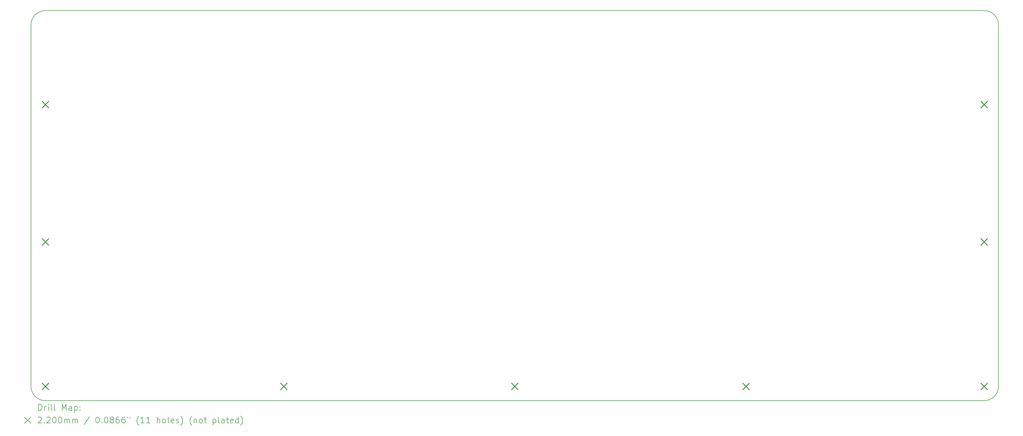
<source format=gbr>
%FSLAX45Y45*%
G04 Gerber Fmt 4.5, Leading zero omitted, Abs format (unit mm)*
G04 Created by KiCad (PCBNEW (6.0.0-0)) date 2022-10-17 22:47:27*
%MOMM*%
%LPD*%
G01*
G04 APERTURE LIST*
%TA.AperFunction,Profile*%
%ADD10C,0.150000*%
%TD*%
%ADD11C,0.200000*%
%ADD12C,0.220000*%
G04 APERTURE END LIST*
D10*
X36767500Y-18622500D02*
X36767500Y-6685000D01*
X5252500Y-6207500D02*
G75*
G03*
X4775000Y-6685000I0J-477500D01*
G01*
X4775000Y-18622500D02*
G75*
G03*
X5252500Y-19100000I477500J0D01*
G01*
X36290000Y-6207500D02*
X5252500Y-6207500D01*
X36767500Y-6685000D02*
G75*
G03*
X36290000Y-6207500I-477500J0D01*
G01*
X5252500Y-19100000D02*
X36290000Y-19100000D01*
X4775000Y-6685000D02*
X4775000Y-18622500D01*
X36290000Y-19100000D02*
G75*
G03*
X36767500Y-18622500I0J477500D01*
G01*
D11*
D12*
X5142500Y-9201250D02*
X5362500Y-9421250D01*
X5362500Y-9201250D02*
X5142500Y-9421250D01*
X5142500Y-9201250D02*
X5362500Y-9421250D01*
X5362500Y-9201250D02*
X5142500Y-9421250D01*
X5142500Y-13737500D02*
X5362500Y-13957500D01*
X5362500Y-13737500D02*
X5142500Y-13957500D01*
X5142500Y-18512500D02*
X5362500Y-18732500D01*
X5362500Y-18512500D02*
X5142500Y-18732500D01*
X5142500Y-18512500D02*
X5362500Y-18732500D01*
X5362500Y-18512500D02*
X5142500Y-18732500D01*
X13021250Y-18512500D02*
X13241250Y-18732500D01*
X13241250Y-18512500D02*
X13021250Y-18732500D01*
X20661250Y-18512500D02*
X20881250Y-18732500D01*
X20881250Y-18512500D02*
X20661250Y-18732500D01*
X28301250Y-18512500D02*
X28521250Y-18732500D01*
X28521250Y-18512500D02*
X28301250Y-18732500D01*
X36180000Y-9201250D02*
X36400000Y-9421250D01*
X36400000Y-9201250D02*
X36180000Y-9421250D01*
X36180000Y-13737500D02*
X36400000Y-13957500D01*
X36400000Y-13737500D02*
X36180000Y-13957500D01*
X36180000Y-18512500D02*
X36400000Y-18732500D01*
X36400000Y-18512500D02*
X36180000Y-18732500D01*
D11*
X5025119Y-19417976D02*
X5025119Y-19217976D01*
X5072738Y-19217976D01*
X5101310Y-19227500D01*
X5120357Y-19246548D01*
X5129881Y-19265595D01*
X5139405Y-19303690D01*
X5139405Y-19332262D01*
X5129881Y-19370357D01*
X5120357Y-19389405D01*
X5101310Y-19408452D01*
X5072738Y-19417976D01*
X5025119Y-19417976D01*
X5225119Y-19417976D02*
X5225119Y-19284643D01*
X5225119Y-19322738D02*
X5234643Y-19303690D01*
X5244167Y-19294167D01*
X5263214Y-19284643D01*
X5282262Y-19284643D01*
X5348929Y-19417976D02*
X5348929Y-19284643D01*
X5348929Y-19217976D02*
X5339405Y-19227500D01*
X5348929Y-19237024D01*
X5358452Y-19227500D01*
X5348929Y-19217976D01*
X5348929Y-19237024D01*
X5472738Y-19417976D02*
X5453690Y-19408452D01*
X5444167Y-19389405D01*
X5444167Y-19217976D01*
X5577500Y-19417976D02*
X5558452Y-19408452D01*
X5548929Y-19389405D01*
X5548929Y-19217976D01*
X5806071Y-19417976D02*
X5806071Y-19217976D01*
X5872738Y-19360833D01*
X5939405Y-19217976D01*
X5939405Y-19417976D01*
X6120357Y-19417976D02*
X6120357Y-19313214D01*
X6110833Y-19294167D01*
X6091786Y-19284643D01*
X6053690Y-19284643D01*
X6034643Y-19294167D01*
X6120357Y-19408452D02*
X6101309Y-19417976D01*
X6053690Y-19417976D01*
X6034643Y-19408452D01*
X6025119Y-19389405D01*
X6025119Y-19370357D01*
X6034643Y-19351310D01*
X6053690Y-19341786D01*
X6101309Y-19341786D01*
X6120357Y-19332262D01*
X6215595Y-19284643D02*
X6215595Y-19484643D01*
X6215595Y-19294167D02*
X6234643Y-19284643D01*
X6272738Y-19284643D01*
X6291786Y-19294167D01*
X6301309Y-19303690D01*
X6310833Y-19322738D01*
X6310833Y-19379881D01*
X6301309Y-19398929D01*
X6291786Y-19408452D01*
X6272738Y-19417976D01*
X6234643Y-19417976D01*
X6215595Y-19408452D01*
X6396548Y-19398929D02*
X6406071Y-19408452D01*
X6396548Y-19417976D01*
X6387024Y-19408452D01*
X6396548Y-19398929D01*
X6396548Y-19417976D01*
X6396548Y-19294167D02*
X6406071Y-19303690D01*
X6396548Y-19313214D01*
X6387024Y-19303690D01*
X6396548Y-19294167D01*
X6396548Y-19313214D01*
X4567500Y-19647500D02*
X4767500Y-19847500D01*
X4767500Y-19647500D02*
X4567500Y-19847500D01*
X5015595Y-19657024D02*
X5025119Y-19647500D01*
X5044167Y-19637976D01*
X5091786Y-19637976D01*
X5110833Y-19647500D01*
X5120357Y-19657024D01*
X5129881Y-19676071D01*
X5129881Y-19695119D01*
X5120357Y-19723690D01*
X5006071Y-19837976D01*
X5129881Y-19837976D01*
X5215595Y-19818929D02*
X5225119Y-19828452D01*
X5215595Y-19837976D01*
X5206071Y-19828452D01*
X5215595Y-19818929D01*
X5215595Y-19837976D01*
X5301310Y-19657024D02*
X5310833Y-19647500D01*
X5329881Y-19637976D01*
X5377500Y-19637976D01*
X5396548Y-19647500D01*
X5406071Y-19657024D01*
X5415595Y-19676071D01*
X5415595Y-19695119D01*
X5406071Y-19723690D01*
X5291786Y-19837976D01*
X5415595Y-19837976D01*
X5539405Y-19637976D02*
X5558452Y-19637976D01*
X5577500Y-19647500D01*
X5587024Y-19657024D01*
X5596548Y-19676071D01*
X5606071Y-19714167D01*
X5606071Y-19761786D01*
X5596548Y-19799881D01*
X5587024Y-19818929D01*
X5577500Y-19828452D01*
X5558452Y-19837976D01*
X5539405Y-19837976D01*
X5520357Y-19828452D01*
X5510833Y-19818929D01*
X5501310Y-19799881D01*
X5491786Y-19761786D01*
X5491786Y-19714167D01*
X5501310Y-19676071D01*
X5510833Y-19657024D01*
X5520357Y-19647500D01*
X5539405Y-19637976D01*
X5729881Y-19637976D02*
X5748928Y-19637976D01*
X5767976Y-19647500D01*
X5777500Y-19657024D01*
X5787024Y-19676071D01*
X5796548Y-19714167D01*
X5796548Y-19761786D01*
X5787024Y-19799881D01*
X5777500Y-19818929D01*
X5767976Y-19828452D01*
X5748928Y-19837976D01*
X5729881Y-19837976D01*
X5710833Y-19828452D01*
X5701309Y-19818929D01*
X5691786Y-19799881D01*
X5682262Y-19761786D01*
X5682262Y-19714167D01*
X5691786Y-19676071D01*
X5701309Y-19657024D01*
X5710833Y-19647500D01*
X5729881Y-19637976D01*
X5882262Y-19837976D02*
X5882262Y-19704643D01*
X5882262Y-19723690D02*
X5891786Y-19714167D01*
X5910833Y-19704643D01*
X5939405Y-19704643D01*
X5958452Y-19714167D01*
X5967976Y-19733214D01*
X5967976Y-19837976D01*
X5967976Y-19733214D02*
X5977500Y-19714167D01*
X5996548Y-19704643D01*
X6025119Y-19704643D01*
X6044167Y-19714167D01*
X6053690Y-19733214D01*
X6053690Y-19837976D01*
X6148928Y-19837976D02*
X6148928Y-19704643D01*
X6148928Y-19723690D02*
X6158452Y-19714167D01*
X6177500Y-19704643D01*
X6206071Y-19704643D01*
X6225119Y-19714167D01*
X6234643Y-19733214D01*
X6234643Y-19837976D01*
X6234643Y-19733214D02*
X6244167Y-19714167D01*
X6263214Y-19704643D01*
X6291786Y-19704643D01*
X6310833Y-19714167D01*
X6320357Y-19733214D01*
X6320357Y-19837976D01*
X6710833Y-19628452D02*
X6539405Y-19885595D01*
X6967976Y-19637976D02*
X6987024Y-19637976D01*
X7006071Y-19647500D01*
X7015595Y-19657024D01*
X7025119Y-19676071D01*
X7034643Y-19714167D01*
X7034643Y-19761786D01*
X7025119Y-19799881D01*
X7015595Y-19818929D01*
X7006071Y-19828452D01*
X6987024Y-19837976D01*
X6967976Y-19837976D01*
X6948928Y-19828452D01*
X6939405Y-19818929D01*
X6929881Y-19799881D01*
X6920357Y-19761786D01*
X6920357Y-19714167D01*
X6929881Y-19676071D01*
X6939405Y-19657024D01*
X6948928Y-19647500D01*
X6967976Y-19637976D01*
X7120357Y-19818929D02*
X7129881Y-19828452D01*
X7120357Y-19837976D01*
X7110833Y-19828452D01*
X7120357Y-19818929D01*
X7120357Y-19837976D01*
X7253690Y-19637976D02*
X7272738Y-19637976D01*
X7291786Y-19647500D01*
X7301309Y-19657024D01*
X7310833Y-19676071D01*
X7320357Y-19714167D01*
X7320357Y-19761786D01*
X7310833Y-19799881D01*
X7301309Y-19818929D01*
X7291786Y-19828452D01*
X7272738Y-19837976D01*
X7253690Y-19837976D01*
X7234643Y-19828452D01*
X7225119Y-19818929D01*
X7215595Y-19799881D01*
X7206071Y-19761786D01*
X7206071Y-19714167D01*
X7215595Y-19676071D01*
X7225119Y-19657024D01*
X7234643Y-19647500D01*
X7253690Y-19637976D01*
X7434643Y-19723690D02*
X7415595Y-19714167D01*
X7406071Y-19704643D01*
X7396548Y-19685595D01*
X7396548Y-19676071D01*
X7406071Y-19657024D01*
X7415595Y-19647500D01*
X7434643Y-19637976D01*
X7472738Y-19637976D01*
X7491786Y-19647500D01*
X7501309Y-19657024D01*
X7510833Y-19676071D01*
X7510833Y-19685595D01*
X7501309Y-19704643D01*
X7491786Y-19714167D01*
X7472738Y-19723690D01*
X7434643Y-19723690D01*
X7415595Y-19733214D01*
X7406071Y-19742738D01*
X7396548Y-19761786D01*
X7396548Y-19799881D01*
X7406071Y-19818929D01*
X7415595Y-19828452D01*
X7434643Y-19837976D01*
X7472738Y-19837976D01*
X7491786Y-19828452D01*
X7501309Y-19818929D01*
X7510833Y-19799881D01*
X7510833Y-19761786D01*
X7501309Y-19742738D01*
X7491786Y-19733214D01*
X7472738Y-19723690D01*
X7682262Y-19637976D02*
X7644167Y-19637976D01*
X7625119Y-19647500D01*
X7615595Y-19657024D01*
X7596548Y-19685595D01*
X7587024Y-19723690D01*
X7587024Y-19799881D01*
X7596548Y-19818929D01*
X7606071Y-19828452D01*
X7625119Y-19837976D01*
X7663214Y-19837976D01*
X7682262Y-19828452D01*
X7691786Y-19818929D01*
X7701309Y-19799881D01*
X7701309Y-19752262D01*
X7691786Y-19733214D01*
X7682262Y-19723690D01*
X7663214Y-19714167D01*
X7625119Y-19714167D01*
X7606071Y-19723690D01*
X7596548Y-19733214D01*
X7587024Y-19752262D01*
X7872738Y-19637976D02*
X7834643Y-19637976D01*
X7815595Y-19647500D01*
X7806071Y-19657024D01*
X7787024Y-19685595D01*
X7777500Y-19723690D01*
X7777500Y-19799881D01*
X7787024Y-19818929D01*
X7796548Y-19828452D01*
X7815595Y-19837976D01*
X7853690Y-19837976D01*
X7872738Y-19828452D01*
X7882262Y-19818929D01*
X7891786Y-19799881D01*
X7891786Y-19752262D01*
X7882262Y-19733214D01*
X7872738Y-19723690D01*
X7853690Y-19714167D01*
X7815595Y-19714167D01*
X7796548Y-19723690D01*
X7787024Y-19733214D01*
X7777500Y-19752262D01*
X7967976Y-19637976D02*
X7967976Y-19676071D01*
X8044167Y-19637976D02*
X8044167Y-19676071D01*
X8339405Y-19914167D02*
X8329881Y-19904643D01*
X8310833Y-19876071D01*
X8301309Y-19857024D01*
X8291786Y-19828452D01*
X8282262Y-19780833D01*
X8282262Y-19742738D01*
X8291786Y-19695119D01*
X8301309Y-19666548D01*
X8310833Y-19647500D01*
X8329881Y-19618929D01*
X8339405Y-19609405D01*
X8520357Y-19837976D02*
X8406071Y-19837976D01*
X8463214Y-19837976D02*
X8463214Y-19637976D01*
X8444167Y-19666548D01*
X8425119Y-19685595D01*
X8406071Y-19695119D01*
X8710833Y-19837976D02*
X8596548Y-19837976D01*
X8653690Y-19837976D02*
X8653690Y-19637976D01*
X8634643Y-19666548D01*
X8615595Y-19685595D01*
X8596548Y-19695119D01*
X8948929Y-19837976D02*
X8948929Y-19637976D01*
X9034643Y-19837976D02*
X9034643Y-19733214D01*
X9025119Y-19714167D01*
X9006071Y-19704643D01*
X8977500Y-19704643D01*
X8958452Y-19714167D01*
X8948929Y-19723690D01*
X9158452Y-19837976D02*
X9139405Y-19828452D01*
X9129881Y-19818929D01*
X9120357Y-19799881D01*
X9120357Y-19742738D01*
X9129881Y-19723690D01*
X9139405Y-19714167D01*
X9158452Y-19704643D01*
X9187024Y-19704643D01*
X9206071Y-19714167D01*
X9215595Y-19723690D01*
X9225119Y-19742738D01*
X9225119Y-19799881D01*
X9215595Y-19818929D01*
X9206071Y-19828452D01*
X9187024Y-19837976D01*
X9158452Y-19837976D01*
X9339405Y-19837976D02*
X9320357Y-19828452D01*
X9310833Y-19809405D01*
X9310833Y-19637976D01*
X9491786Y-19828452D02*
X9472738Y-19837976D01*
X9434643Y-19837976D01*
X9415595Y-19828452D01*
X9406071Y-19809405D01*
X9406071Y-19733214D01*
X9415595Y-19714167D01*
X9434643Y-19704643D01*
X9472738Y-19704643D01*
X9491786Y-19714167D01*
X9501310Y-19733214D01*
X9501310Y-19752262D01*
X9406071Y-19771310D01*
X9577500Y-19828452D02*
X9596548Y-19837976D01*
X9634643Y-19837976D01*
X9653690Y-19828452D01*
X9663214Y-19809405D01*
X9663214Y-19799881D01*
X9653690Y-19780833D01*
X9634643Y-19771310D01*
X9606071Y-19771310D01*
X9587024Y-19761786D01*
X9577500Y-19742738D01*
X9577500Y-19733214D01*
X9587024Y-19714167D01*
X9606071Y-19704643D01*
X9634643Y-19704643D01*
X9653690Y-19714167D01*
X9729881Y-19914167D02*
X9739405Y-19904643D01*
X9758452Y-19876071D01*
X9767976Y-19857024D01*
X9777500Y-19828452D01*
X9787024Y-19780833D01*
X9787024Y-19742738D01*
X9777500Y-19695119D01*
X9767976Y-19666548D01*
X9758452Y-19647500D01*
X9739405Y-19618929D01*
X9729881Y-19609405D01*
X10091786Y-19914167D02*
X10082262Y-19904643D01*
X10063214Y-19876071D01*
X10053690Y-19857024D01*
X10044167Y-19828452D01*
X10034643Y-19780833D01*
X10034643Y-19742738D01*
X10044167Y-19695119D01*
X10053690Y-19666548D01*
X10063214Y-19647500D01*
X10082262Y-19618929D01*
X10091786Y-19609405D01*
X10167976Y-19704643D02*
X10167976Y-19837976D01*
X10167976Y-19723690D02*
X10177500Y-19714167D01*
X10196548Y-19704643D01*
X10225119Y-19704643D01*
X10244167Y-19714167D01*
X10253690Y-19733214D01*
X10253690Y-19837976D01*
X10377500Y-19837976D02*
X10358452Y-19828452D01*
X10348929Y-19818929D01*
X10339405Y-19799881D01*
X10339405Y-19742738D01*
X10348929Y-19723690D01*
X10358452Y-19714167D01*
X10377500Y-19704643D01*
X10406071Y-19704643D01*
X10425119Y-19714167D01*
X10434643Y-19723690D01*
X10444167Y-19742738D01*
X10444167Y-19799881D01*
X10434643Y-19818929D01*
X10425119Y-19828452D01*
X10406071Y-19837976D01*
X10377500Y-19837976D01*
X10501310Y-19704643D02*
X10577500Y-19704643D01*
X10529881Y-19637976D02*
X10529881Y-19809405D01*
X10539405Y-19828452D01*
X10558452Y-19837976D01*
X10577500Y-19837976D01*
X10796548Y-19704643D02*
X10796548Y-19904643D01*
X10796548Y-19714167D02*
X10815595Y-19704643D01*
X10853690Y-19704643D01*
X10872738Y-19714167D01*
X10882262Y-19723690D01*
X10891786Y-19742738D01*
X10891786Y-19799881D01*
X10882262Y-19818929D01*
X10872738Y-19828452D01*
X10853690Y-19837976D01*
X10815595Y-19837976D01*
X10796548Y-19828452D01*
X11006071Y-19837976D02*
X10987024Y-19828452D01*
X10977500Y-19809405D01*
X10977500Y-19637976D01*
X11167976Y-19837976D02*
X11167976Y-19733214D01*
X11158452Y-19714167D01*
X11139405Y-19704643D01*
X11101310Y-19704643D01*
X11082262Y-19714167D01*
X11167976Y-19828452D02*
X11148929Y-19837976D01*
X11101310Y-19837976D01*
X11082262Y-19828452D01*
X11072738Y-19809405D01*
X11072738Y-19790357D01*
X11082262Y-19771310D01*
X11101310Y-19761786D01*
X11148929Y-19761786D01*
X11167976Y-19752262D01*
X11234643Y-19704643D02*
X11310833Y-19704643D01*
X11263214Y-19637976D02*
X11263214Y-19809405D01*
X11272738Y-19828452D01*
X11291786Y-19837976D01*
X11310833Y-19837976D01*
X11453690Y-19828452D02*
X11434643Y-19837976D01*
X11396548Y-19837976D01*
X11377500Y-19828452D01*
X11367976Y-19809405D01*
X11367976Y-19733214D01*
X11377500Y-19714167D01*
X11396548Y-19704643D01*
X11434643Y-19704643D01*
X11453690Y-19714167D01*
X11463214Y-19733214D01*
X11463214Y-19752262D01*
X11367976Y-19771310D01*
X11634643Y-19837976D02*
X11634643Y-19637976D01*
X11634643Y-19828452D02*
X11615595Y-19837976D01*
X11577500Y-19837976D01*
X11558452Y-19828452D01*
X11548928Y-19818929D01*
X11539405Y-19799881D01*
X11539405Y-19742738D01*
X11548928Y-19723690D01*
X11558452Y-19714167D01*
X11577500Y-19704643D01*
X11615595Y-19704643D01*
X11634643Y-19714167D01*
X11710833Y-19914167D02*
X11720357Y-19904643D01*
X11739405Y-19876071D01*
X11748928Y-19857024D01*
X11758452Y-19828452D01*
X11767976Y-19780833D01*
X11767976Y-19742738D01*
X11758452Y-19695119D01*
X11748928Y-19666548D01*
X11739405Y-19647500D01*
X11720357Y-19618929D01*
X11710833Y-19609405D01*
M02*

</source>
